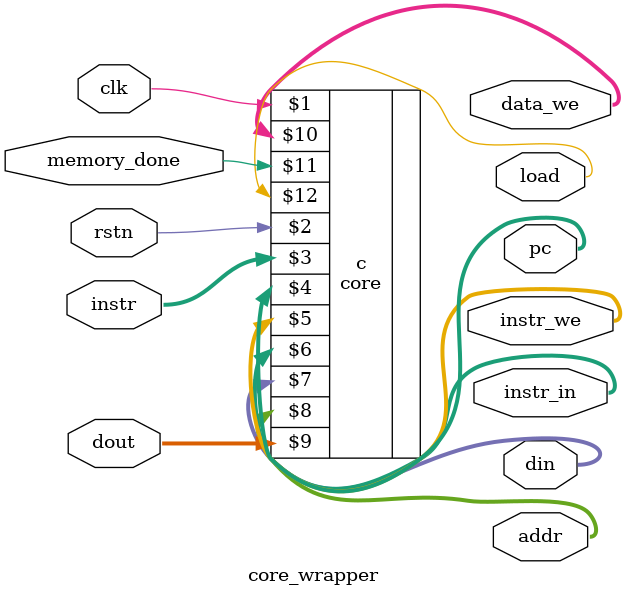
<source format=v>
`timescale 1ns / 1ps


module core_wrapper(
    input wire clk,
    input wire rstn,

    input wire [31:0] instr,
    output wire [31:0] pc,
    output wire [3:0] instr_we,
    output wire [31:0] instr_in,

    output wire [31:0] din,
    output wire [31:0] addr,
    input wire [31:0] dout,
    output wire [3:0]data_we,

    input wire memory_done,
    output wire load
    );
    core c(clk, rstn, instr, pc, instr_we, instr_in, din, addr, dout, data_we, memory_done, load);

endmodule


</source>
